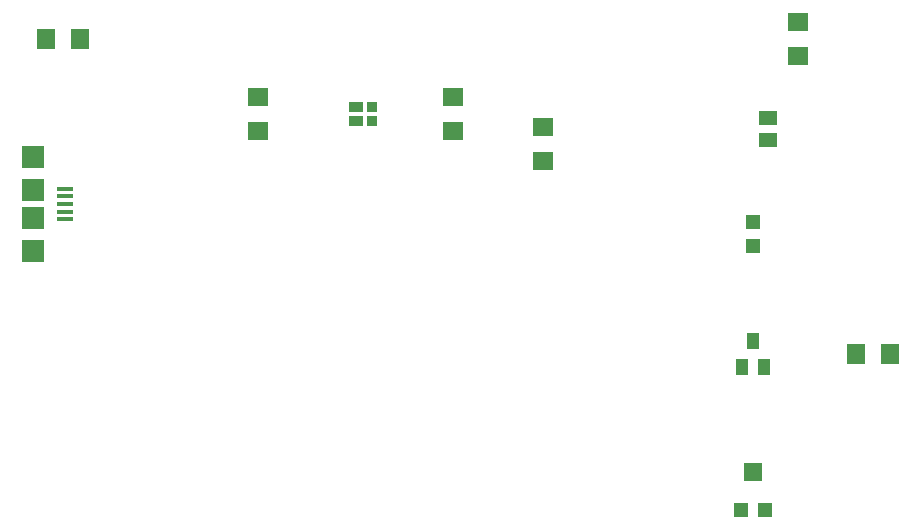
<source format=gbr>
G04 EAGLE Gerber RS-274X export*
G75*
%MOMM*%
%FSLAX34Y34*%
%LPD*%
%INSolderpaste Top*%
%IPPOS*%
%AMOC8*
5,1,8,0,0,1.08239X$1,22.5*%
G01*
%ADD10R,1.800000X1.600000*%
%ADD11R,1.346200X0.381000*%
%ADD12R,1.900000X1.900000*%
%ADD13R,1.200000X1.200000*%
%ADD14R,1.803000X1.600000*%
%ADD15R,1.600000X1.500000*%
%ADD16R,1.500000X1.300000*%
%ADD17R,1.000000X1.400000*%
%ADD18R,1.600000X1.803000*%
%ADD19R,0.950000X0.850000*%
%ADD20R,1.150000X0.850000*%
%ADD21R,1.150000X0.970000*%
%ADD22R,0.950000X0.970000*%


D10*
X-863600Y455900D03*
X-863600Y483900D03*
D11*
X-1027350Y406700D03*
X-1027350Y400200D03*
X-1027350Y393700D03*
X-1027350Y387200D03*
X-1027350Y380700D03*
D12*
X-1054100Y433200D03*
X-1054100Y405700D03*
X-1054100Y381700D03*
X-1054100Y354200D03*
D13*
X-444500Y357800D03*
X-444500Y378800D03*
D14*
X-698500Y484120D03*
X-698500Y455680D03*
D13*
X-454500Y134400D03*
X-434500Y134400D03*
D15*
X-444500Y166900D03*
D16*
X-431800Y447700D03*
X-431800Y466700D03*
D17*
X-444500Y277700D03*
X-435000Y255700D03*
X-454000Y255700D03*
D14*
X-622300Y458720D03*
X-622300Y430280D03*
D18*
X-328680Y266700D03*
X-357120Y266700D03*
D14*
X-406400Y519180D03*
X-406400Y547620D03*
D18*
X-1014480Y533400D03*
X-1042920Y533400D03*
D19*
X-767450Y463600D03*
D20*
X-780950Y463600D03*
D21*
X-780950Y475600D03*
D22*
X-767450Y475600D03*
M02*

</source>
